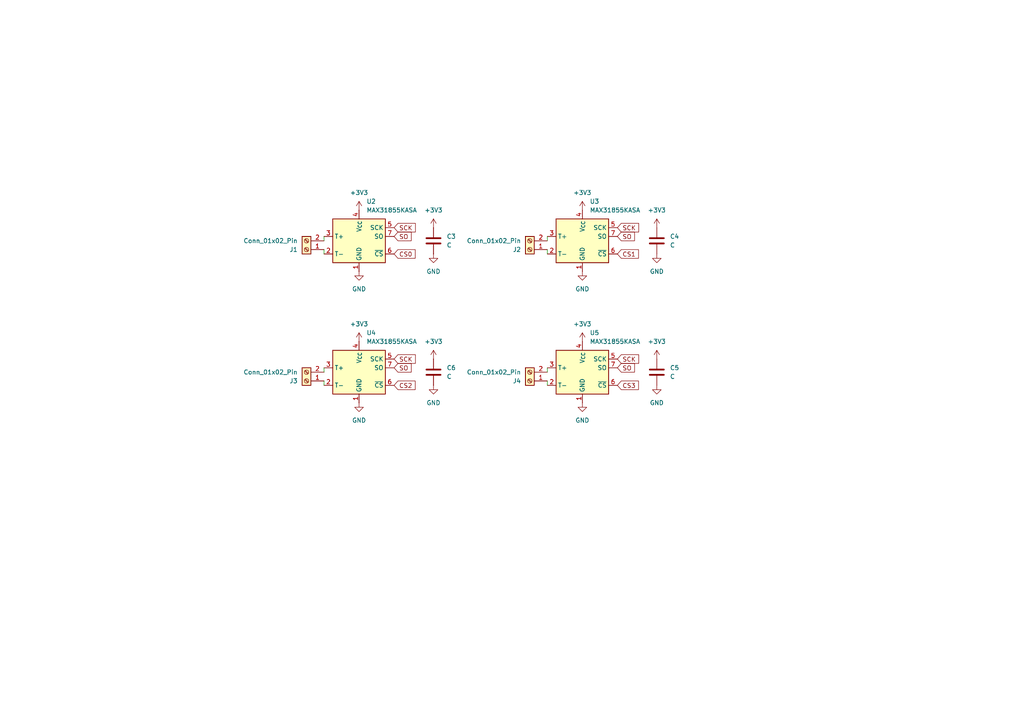
<source format=kicad_sch>
(kicad_sch (version 20250114) (generator "eeschema") (generator_version "9.0")
  (paper "A4")
  (lib_symbols
    (symbol "Connector:Screw_Terminal_01x02" (pin_names (offset 1.016) (hide yes))
      (property "Reference" "J" (at 0 2.54 0))
      (property "Value" "Screw_Terminal_01x02" (at 0 -5.08 0))
      (symbol "Screw_Terminal_01x02_1_1"
        (rectangle (start -1.27 1.27) (end 1.27 -3.81) (stroke (width 0.254)) (fill (type background)))
        (polyline (pts (xy -0.5334 0.3302) (xy 0.3302 -0.508)) (stroke (width 0.1524)))
        (polyline (pts (xy -0.5334 -2.2098) (xy 0.3302 -3.048)) (stroke (width 0.1524)))
        (polyline (pts (xy -0.3556 0.508) (xy 0.508 -0.3302)) (stroke (width 0.1524)))
        (polyline (pts (xy -0.3556 -2.032) (xy 0.508 -2.8702)) (stroke (width 0.1524)))
        (circle (center 0 0) (radius 0.635) (stroke (width 0.1524)))
        (circle (center 0 -2.54) (radius 0.635) (stroke (width 0.1524)))
        (pin passive line (at -5.08 0 0) (length 3.81) (name "Pin_1") (number "1"))
        (pin passive line (at -5.08 -2.54 0) (length 3.81) (name "Pin_2") (number "2"))
      )
    )
    (symbol "Device:C" (pin_numbers (hide yes)) (pin_names (offset 0.254))
      (property "Reference" "C" (at 0.635 2.54 0))
      (property "Value" "C" (at 0.635 -2.54 0))
      (symbol "C_0_1"
        (polyline (pts (xy -2.032 0.762) (xy 2.032 0.762)) (stroke (width 0.508)))
        (polyline (pts (xy -2.032 -0.762) (xy 2.032 -0.762)) (stroke (width 0.508)))
      )
      (symbol "C_1_1"
        (pin passive line (at 0 3.81 270) (length 2.794) (name "~") (number "1"))
        (pin passive line (at 0 -3.81 90) (length 2.794) (name "~") (number "2"))
      )
    )
    (symbol "Sensor_Temperature:MAX31855KASA"
      (property "Reference" "U" (at -7.62 8.89 0))
      (property "Value" "MAX31855KASA" (at 1.27 8.89 0))
      (symbol "MAX31855KASA_0_1"
        (rectangle (start -7.62 7.62) (end 7.62 -5.08) (stroke (width 0.254)) (fill (type background)))
      )
      (symbol "MAX31855KASA_1_1"
        (pin passive line (at -10.16 2.54 0) (length 2.54) (name "T+") (number "3"))
        (pin passive line (at -10.16 -2.54 0) (length 2.54) (name "T-") (number "2"))
        (pin no_connect line (at -7.62 5.08 0) (length 2.54) (hide yes) (name "NC") (number "8"))
        (pin power_in line (at 0 10.16 270) (length 2.54) (name "V_{CC}") (number "4"))
        (pin power_in line (at 0 -7.62 90) (length 2.54) (name "GND") (number "1"))
        (pin input line (at 10.16 5.08 180) (length 2.54) (name "SCK") (number "5"))
        (pin tri_state line (at 10.16 2.54 180) (length 2.54) (name "SO") (number "7"))
        (pin input line (at 10.16 -2.54 180) (length 2.54) (name "~{CS}") (number "6"))
      )
    )
    (symbol "power:+3V3" (power) (pin_numbers (hide yes)) (pin_names (offset 0) (hide yes))
      (property "Value" "+3V3" (at 0 3.556 0))
      (symbol "+3V3_0_1"
        (polyline (pts (xy -0.762 1.27) (xy 0 2.54)))
        (polyline (pts (xy 0 2.54) (xy 0.762 1.27)))
        (polyline (pts (xy 0 0) (xy 0 2.54)))
      )
      (symbol "+3V3_1_1"
        (pin power_in line (at 0 0 90) (length 0) (name "~") (number "1"))
      )
    )
    (symbol "power:GND" (power) (pin_numbers (hide yes)) (pin_names (offset 0) (hide yes))
      (property "Value" "GND" (at 0 -3.81 0))
      (symbol "GND_0_1"
        (polyline (pts (xy 0 0) (xy 0 -1.27) (xy 1.27 -1.27) (xy 0 -2.54) (xy -1.27 -1.27) (xy 0 -1.27)))
      )
      (symbol "GND_1_1"
        (pin power_in line (at 0 0 270) (length 0) (name "~") (number "1"))
      )
    )
  )
  (wire (pts (xy 93.98 72.39) (xy 93.98 73.66)))
  (wire (pts (xy 158.75 107.95) (xy 158.75 106.68)))
  (wire (pts (xy 93.98 69.85) (xy 93.98 68.58)))
  (wire (pts (xy 158.75 69.85) (xy 158.75 68.58)))
  (wire (pts (xy 158.75 72.39) (xy 158.75 73.66)))
  (wire (pts (xy 93.98 110.49) (xy 93.98 111.76)))
  (wire (pts (xy 93.98 107.95) (xy 93.98 106.68)))
  (wire (pts (xy 158.75 110.49) (xy 158.75 111.76)))
  (global_label "SO" (shape input) (at 179.07 106.68 0) (property "Intersheetrefs" "${INTERSHEET_REFS}" (effects (hide yes))))
  (global_label "SCK" (shape input) (at 114.3 66.04 0) (property "Intersheetrefs" "${INTERSHEET_REFS}" (effects (hide yes))))
  (global_label "SO" (shape input) (at 179.07 68.58 0) (property "Intersheetrefs" "${INTERSHEET_REFS}" (effects (hide yes))))
  (global_label "SCK" (shape input) (at 179.07 104.14 0) (property "Intersheetrefs" "${INTERSHEET_REFS}" (effects (hide yes))))
  (global_label "CS3" (shape input) (at 179.07 111.76 0) (property "Intersheetrefs" "${INTERSHEET_REFS}" (effects (hide yes))))
  (global_label "CS0" (shape input) (at 114.3 73.66 0) (property "Intersheetrefs" "${INTERSHEET_REFS}" (effects (hide yes))))
  (global_label "CS2" (shape input) (at 114.3 111.76 0) (property "Intersheetrefs" "${INTERSHEET_REFS}" (effects (hide yes))))
  (global_label "SCK" (shape input) (at 179.07 66.04 0) (property "Intersheetrefs" "${INTERSHEET_REFS}" (effects (hide yes))))
  (global_label "SO" (shape input) (at 114.3 106.68 0) (property "Intersheetrefs" "${INTERSHEET_REFS}" (effects (hide yes))))
  (global_label "SO" (shape input) (at 114.3 68.58 0) (property "Intersheetrefs" "${INTERSHEET_REFS}" (effects (hide yes))))
  (global_label "CS1" (shape input) (at 179.07 73.66 0) (property "Intersheetrefs" "${INTERSHEET_REFS}" (effects (hide yes))))
  (global_label "SCK" (shape input) (at 114.3 104.14 0) (property "Intersheetrefs" "${INTERSHEET_REFS}" (effects (hide yes))))
  (symbol (lib_id "Sensor_Temperature:MAX31855KASA") (at 104.14 109.22 0) (unit 1)
    (property "Reference" "U4" (at 106.2833 96.52 0) (effects (justify left)))
    (property "Value" "MAX31855KASA" (at 106.2833 99.06 0) (effects (justify left)))
    (property "Footprint" "Package_SO:SOIC-8_3.9x4.9mm_P1.27mm" (effects (hide yes)))
    (property "Datasheet" "http://datasheets.maximintegrated.com/en/ds/MAX31855.pdf" (effects (hide yes)))
    (property "Description" "Cold Junction K-type Thermocouple Interface, SPI, SOIC-8" (effects (hide yes)))
  )
  (symbol (lib_id "Connector:Screw_Terminal_01x02") (at 153.67 72.39 180) (unit 1)
    (property "Reference" "J2" (at 151.13 72.3901 0) (effects (justify left)))
    (property "Value" "Conn_01x02_Pin" (at 151.13 69.8501 0) (effects (justify left)))
    (property "Footprint" "TerminalBlock_4Ucon:TerminalBlock_4Ucon_1x02_P3.50mm_Horizontal" (effects (hide yes)))
    (property "Description" "Generic screw terminal, single row, 01x02, script generated (kicad-library-utils/schlib/autogen/connector/)" (effects (hide yes)))
  )
  (symbol (lib_id "Sensor_Temperature:MAX31855KASA") (at 168.91 109.22 0) (unit 1)
    (property "Reference" "U5" (at 171.0533 96.52 0) (effects (justify left)))
    (property "Value" "MAX31855KASA" (at 171.0533 99.06 0) (effects (justify left)))
    (property "Footprint" "Package_SO:SOIC-8_3.9x4.9mm_P1.27mm" (effects (hide yes)))
    (property "Datasheet" "http://datasheets.maximintegrated.com/en/ds/MAX31855.pdf" (effects (hide yes)))
    (property "Description" "Cold Junction K-type Thermocouple Interface, SPI, SOIC-8" (effects (hide yes)))
  )
  (symbol (lib_id "power:GND") (at 190.5 73.66 0) (unit 1)
    (property "Reference" "#PWR019" (effects (hide yes)))
    (property "Value" "GND" (at 190.5 78.74 0))
    (property "Description" "Power symbol creates a global label with name \"GND\" , ground" (effects (hide yes)))
  )
  (symbol (lib_id "power:+3V3") (at 168.91 99.06 0) (unit 1)
    (property "Reference" "#PWR012" (effects (hide yes)))
    (property "Value" "+3V3" (at 168.91 93.98 0))
    (property "Description" "Power symbol creates a global label with name \"+3V3\"" (effects (hide yes)))
  )
  (symbol (lib_id "Device:C") (at 125.73 107.95 0) (unit 1)
    (property "Reference" "C6" (at 129.54 106.6799 0) (effects (justify left)))
    (property "Value" "C" (at 129.54 109.2199 0) (effects (justify left)))
    (property "Footprint" "Capacitor_SMD:C_0805_2012Metric" (effects (hide yes)))
    (property "Description" "Unpolarized capacitor" (effects (hide yes)))
  )
  (symbol (lib_id "Connector:Screw_Terminal_01x02") (at 88.9 72.39 180) (unit 1)
    (property "Reference" "J1" (at 86.36 72.3901 0) (effects (justify left)))
    (property "Value" "Conn_01x02_Pin" (at 86.36 69.8501 0) (effects (justify left)))
    (property "Footprint" "TerminalBlock_4Ucon:TerminalBlock_4Ucon_1x02_P3.50mm_Horizontal" (effects (hide yes)))
    (property "Description" "Generic screw terminal, single row, 01x02, script generated (kicad-library-utils/schlib/autogen/connector/)" (effects (hide yes)))
  )
  (symbol (lib_id "power:GND") (at 168.91 116.84 0) (unit 1)
    (property "Reference" "#PWR07" (effects (hide yes)))
    (property "Value" "GND" (at 168.91 121.92 0))
    (property "Description" "Power symbol creates a global label with name \"GND\" , ground" (effects (hide yes)))
  )
  (symbol (lib_id "Connector:Screw_Terminal_01x02") (at 153.67 110.49 180) (unit 1)
    (property "Reference" "J4" (at 151.13 110.4901 0) (effects (justify left)))
    (property "Value" "Conn_01x02_Pin" (at 151.13 107.9501 0) (effects (justify left)))
    (property "Footprint" "TerminalBlock_4Ucon:TerminalBlock_4Ucon_1x02_P3.50mm_Horizontal" (effects (hide yes)))
    (property "Description" "Generic screw terminal, single row, 01x02, script generated (kicad-library-utils/schlib/autogen/connector/)" (effects (hide yes)))
  )
  (symbol (lib_id "Sensor_Temperature:MAX31855KASA") (at 104.14 71.12 0) (unit 1)
    (property "Reference" "U2" (at 106.2833 58.42 0) (effects (justify left)))
    (property "Value" "MAX31855KASA" (at 106.2833 60.96 0) (effects (justify left)))
    (property "Footprint" "Package_SO:SOIC-8_3.9x4.9mm_P1.27mm" (effects (hide yes)))
    (property "Datasheet" "http://datasheets.maximintegrated.com/en/ds/MAX31855.pdf" (effects (hide yes)))
    (property "Description" "Cold Junction K-type Thermocouple Interface, SPI, SOIC-8" (effects (hide yes)))
  )
  (symbol (lib_id "power:GND") (at 125.73 111.76 0) (unit 1)
    (property "Reference" "#PWR017" (effects (hide yes)))
    (property "Value" "GND" (at 125.73 116.84 0))
    (property "Description" "Power symbol creates a global label with name \"GND\" , ground" (effects (hide yes)))
  )
  (symbol (lib_id "power:+3V3") (at 190.5 66.04 0) (unit 1)
    (property "Reference" "#PWR014" (effects (hide yes)))
    (property "Value" "+3V3" (at 190.5 60.96 0))
    (property "Description" "Power symbol creates a global label with name \"+3V3\"" (effects (hide yes)))
  )
  (symbol (lib_id "Device:C") (at 190.5 107.95 0) (unit 1)
    (property "Reference" "C5" (at 194.31 106.6799 0) (effects (justify left)))
    (property "Value" "C" (at 194.31 109.2199 0) (effects (justify left)))
    (property "Footprint" "Capacitor_SMD:C_0805_2012Metric" (effects (hide yes)))
    (property "Description" "Unpolarized capacitor" (effects (hide yes)))
  )
  (symbol (lib_id "power:GND") (at 190.5 111.76 0) (unit 1)
    (property "Reference" "#PWR020" (effects (hide yes)))
    (property "Value" "GND" (at 190.5 116.84 0))
    (property "Description" "Power symbol creates a global label with name \"GND\" , ground" (effects (hide yes)))
  )
  (symbol (lib_id "power:+3V3") (at 125.73 66.04 0) (unit 1)
    (property "Reference" "#PWR013" (effects (hide yes)))
    (property "Value" "+3V3" (at 125.73 60.96 0))
    (property "Description" "Power symbol creates a global label with name \"+3V3\"" (effects (hide yes)))
  )
  (symbol (lib_id "Device:C") (at 125.73 69.85 0) (unit 1)
    (property "Reference" "C3" (at 129.54 68.5799 0) (effects (justify left)))
    (property "Value" "C" (at 129.54 71.1199 0) (effects (justify left)))
    (property "Footprint" "Capacitor_SMD:C_0805_2012Metric" (effects (hide yes)))
    (property "Description" "Unpolarized capacitor" (effects (hide yes)))
  )
  (symbol (lib_id "power:GND") (at 125.73 73.66 0) (unit 1)
    (property "Reference" "#PWR018" (effects (hide yes)))
    (property "Value" "GND" (at 125.73 78.74 0))
    (property "Description" "Power symbol creates a global label with name \"GND\" , ground" (effects (hide yes)))
  )
  (symbol (lib_id "power:+3V3") (at 104.14 60.96 0) (unit 1)
    (property "Reference" "#PWR09" (effects (hide yes)))
    (property "Value" "+3V3" (at 104.14 55.88 0))
    (property "Description" "Power symbol creates a global label with name \"+3V3\"" (effects (hide yes)))
  )
  (symbol (lib_id "power:GND") (at 104.14 116.84 0) (unit 1)
    (property "Reference" "#PWR08" (effects (hide yes)))
    (property "Value" "GND" (at 104.14 121.92 0))
    (property "Description" "Power symbol creates a global label with name \"GND\" , ground" (effects (hide yes)))
  )
  (symbol (lib_id "Sensor_Temperature:MAX31855KASA") (at 168.91 71.12 0) (unit 1)
    (property "Reference" "U3" (at 171.0533 58.42 0) (effects (justify left)))
    (property "Value" "MAX31855KASA" (at 171.0533 60.96 0) (effects (justify left)))
    (property "Footprint" "Package_SO:SOIC-8_3.9x4.9mm_P1.27mm" (effects (hide yes)))
    (property "Datasheet" "http://datasheets.maximintegrated.com/en/ds/MAX31855.pdf" (effects (hide yes)))
    (property "Description" "Cold Junction K-type Thermocouple Interface, SPI, SOIC-8" (effects (hide yes)))
  )
  (symbol (lib_id "power:+3V3") (at 190.5 104.14 0) (unit 1)
    (property "Reference" "#PWR016" (effects (hide yes)))
    (property "Value" "+3V3" (at 190.5 99.06 0))
    (property "Description" "Power symbol creates a global label with name \"+3V3\"" (effects (hide yes)))
  )
  (symbol (lib_id "power:+3V3") (at 104.14 99.06 0) (unit 1)
    (property "Reference" "#PWR011" (effects (hide yes)))
    (property "Value" "+3V3" (at 104.14 93.98 0))
    (property "Description" "Power symbol creates a global label with name \"+3V3\"" (effects (hide yes)))
  )
  (symbol (lib_id "power:+3V3") (at 125.73 104.14 0) (unit 1)
    (property "Reference" "#PWR015" (effects (hide yes)))
    (property "Value" "+3V3" (at 125.73 99.06 0))
    (property "Description" "Power symbol creates a global label with name \"+3V3\"" (effects (hide yes)))
  )
  (symbol (lib_id "power:GND") (at 104.14 78.74 0) (unit 1)
    (property "Reference" "#PWR05" (effects (hide yes)))
    (property "Value" "GND" (at 104.14 83.82 0))
    (property "Description" "Power symbol creates a global label with name \"GND\" , ground" (effects (hide yes)))
  )
  (symbol (lib_id "power:+3V3") (at 168.91 60.96 0) (unit 1)
    (property "Reference" "#PWR010" (effects (hide yes)))
    (property "Value" "+3V3" (at 168.91 55.88 0))
    (property "Description" "Power symbol creates a global label with name \"+3V3\"" (effects (hide yes)))
  )
  (symbol (lib_id "power:GND") (at 168.91 78.74 0) (unit 1)
    (property "Reference" "#PWR06" (effects (hide yes)))
    (property "Value" "GND" (at 168.91 83.82 0))
    (property "Description" "Power symbol creates a global label with name \"GND\" , ground" (effects (hide yes)))
  )
  (symbol (lib_id "Device:C") (at 190.5 69.85 0) (unit 1)
    (property "Reference" "C4" (at 194.31 68.5799 0) (effects (justify left)))
    (property "Value" "C" (at 194.31 71.1199 0) (effects (justify left)))
    (property "Footprint" "Capacitor_SMD:C_0805_2012Metric" (effects (hide yes)))
    (property "Description" "Unpolarized capacitor" (effects (hide yes)))
  )
  (symbol (lib_id "Connector:Screw_Terminal_01x02") (at 88.9 110.49 180) (unit 1)
    (property "Reference" "J3" (at 86.36 110.4901 0) (effects (justify left)))
    (property "Value" "Conn_01x02_Pin" (at 86.36 107.9501 0) (effects (justify left)))
    (property "Footprint" "TerminalBlock_4Ucon:TerminalBlock_4Ucon_1x02_P3.50mm_Horizontal" (effects (hide yes)))
    (property "Description" "Generic screw terminal, single row, 01x02, script generated (kicad-library-utils/schlib/autogen/connector/)" (effects (hide yes)))
  )
)
</source>
